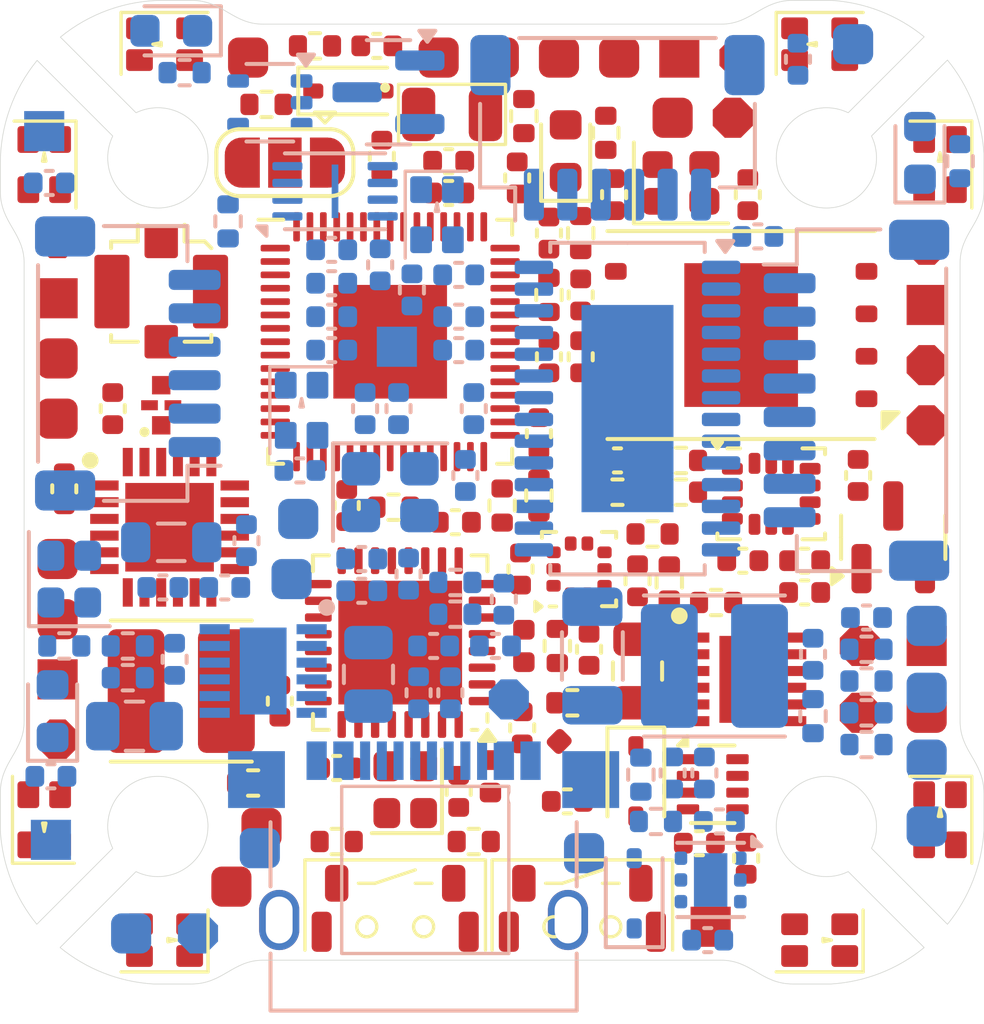
<source format=kicad_pcb>
(kicad_pcb (version 20241229) (generator "pcbnew") (generator_version "9.0")
  (layers (0 "F.Cu" signal) (4 "In1.Cu" signal) (6 "In2.Cu" signal) (8 "In3.Cu" signal) (10 "In4.Cu" signal) (12 "In5.Cu" signal) (14 "In6.Cu" signal) (2 "B.Cu" signal) (13 "F.Paste" user) (15 "B.Paste" user) (5 "F.SilkS" user "F.Silkscreen") (7 "B.SilkS" user "B.Silkscreen") (1 "F.Mask" user) (3 "B.Mask" user) (25 "Edge.Cuts" user))
  (net 0 "")
  (net 1 "GND")
  (net 2 "+1V1")
  (net 3 "+3V3")
  (net 4 "Net-(U1-VREG_AVDD)")
  (net 5 "Net-(U1-XIN)")
  (net 6 "Net-(C15-Pad2)")
  (net 7 "+4V5")
  (net 8 "+5V")
  (net 9 "+3V3_ELRS")
  (net 10 "Net-(U3-LNA_IN)")
  (net 11 "/ELRS/WIFI_ANTENNA")
  (net 12 "Net-(U3-XTAL_N)")
  (net 13 "Net-(C39-Pad2)")
  (net 14 "Net-(IC1-DCC_FB)")
  (net 15 "Net-(IC1-VR_PA)")
  (net 16 "Net-(IC5-BOOT)")
  (net 17 "Net-(IC5-SW_1)")
  (net 18 "+5V_BUCK")
  (net 19 "VCC")
  (net 20 "Net-(IC6-BOOT)")
  (net 21 "Net-(IC6-SW_1)")
  (net 22 "+10V")
  (net 23 "/Video.In")
  (net 24 "Net-(U5-VIN)")
  (net 25 "Net-(U5-VOUT)")
  (net 26 "Net-(C77-Pad2)")
  (net 27 "Net-(U5-SAG)")
  (net 28 "Net-(U5-CLKIN)")
  (net 29 "Net-(U5-XFB)")
  (net 30 "/RP2350/LED")
  (net 31 "Net-(D1-DOUT)")
  (net 32 "Net-(D2-DOUT)")
  (net 33 "Net-(D3-DOUT)")
  (net 34 "Net-(D4-DOUT)")
  (net 35 "Net-(D5-DOUT)")
  (net 36 "Net-(D6-DOUT)")
  (net 37 "Net-(D7-DOUT)")
  (net 38 "Net-(D8-DOUT)")
  (net 39 "/Connectors/LED")
  (net 41 "/Spk.+")
  (net 42 "/Spk.-")
  (net 43 "Net-(D14-A)")
  (net 44 "Net-(D15-A)")
  (net 45 "Net-(D16-A)")
  (net 46 "Net-(D17-A)")
  (net 47 "Net-(FL1-OUT)")
  (net 48 "/ELRS/RADIO_RST")
  (net 49 "/ELRS/RADIO_BUSY")
  (net 50 "/ELRS/RADIO_DIO1")
  (net 51 "/ELRS/RADIO_MISO")
  (net 52 "/ELRS/RADIO_MOSI")
  (net 53 "Net-(IC1-DCC_SW)")
  (net 54 "Net-(IC1-XTA)")
  (net 55 "Net-(IC1-XTB)")
  (net 56 "/ELRS/RADIO_SCK")
  (net 57 "/ELRS/RADIO_NSS")
  (net 58 "Net-(IC5-FB)")
  (net 59 "Net-(IC5-RT{slash}SYNC)")
  (net 60 "Net-(IC6-FB)")
  (net 61 "Net-(IC6-RT{slash}SYNC)")
  (net 62 "Net-(J1-CC2)")
  (net 63 "+5V_USB")
  (net 64 "Net-(J1-CC1)")
  (net 65 "/USB.D-")
  (net 66 "/USB.D+")
  (net 69 "/Motor.3")
  (net 70 "/Motor.1")
  (net 71 "/Motor.4")
  (net 72 "/Motor.2")
  (net 74 "/U1.TX")
  (net 75 "/U1.RX")
  (net 76 "/I2C0.SDA")
  (net 77 "/I2C0.SCL")
  (net 78 "/U2.TX")
  (net 79 "/U2.RX")
  (net 81 "/SWDIO")
  (net 82 "/SWCLK")
  (net 83 "Net-(U1-VREG_LX)")
  (net 84 "Net-(U3-XTAL_P)")
  (net 85 "/U0.TX")
  (net 86 "/U0.RX")
  (net 87 "/Video.Out")
  (net 88 "/RP2350/Speaker")
  (net 89 "Net-(U1-USB_DP)")
  (net 90 "Net-(U1-USB_DM)")
  (net 91 "Net-(U1-XOUT)")
  (net 92 "Net-(U4-PR1)")
  (net 93 "Net-(U5-HSYNC)")
  (net 94 "Net-(U5-VSYNC)")
  (net 95 "Net-(U5-LOS)")
  (net 97 "Net-(U1-QSPI_SS)")
  (net 98 "/ELRS/ELRS_BUTTON")
  (net 99 "Net-(U1-QSPI_SD0)")
  (net 100 "Net-(U1-QSPI_SCLK)")
  (net 101 "Net-(U1-QSPI_SD1)")
  (net 102 "/RP2350/Gyro_SS")
  (net 103 "Net-(U1-QSPI_SD2)")
  (net 105 "/SPI1.SCLK")
  (net 106 "/SPI1.MISO")
  (net 107 "/SPI1.MOSI")
  (net 108 "Net-(U1-QSPI_SD3)")
  (net 109 "/RP2350/OSD_SS")
  (net 110 "/SPI0.SCLK")
  (net 122 "Net-(R33-Pad2)")
  (net 123 "+1V8")
  (net 124 "/ADC/VBat_ADC")
  (net 125 "Net-(C33-Pad1)")
  (net 126 "Net-(U3-CHIP_EN)")
  (net 127 "Net-(U8-+)")
  (net 128 "Net-(U2-GND)")
  (net 129 "/ELRS/ELRS_LED_RGB")
  (net 130 "/Power/DCDC_EN")
  (net 132 "/SPI0.MISO")
  (net 133 "/SPI0.MOSI")
  (net 134 "/RP2350/Flash_SS")
  (net 135 "/SPI_Flash.SCLK")
  (net 136 "/SPI_Flash.IO0")
  (net 137 "/RP2350/Gyro_FSync")
  (net 138 "/SPI_Flash.IO1")
  (net 139 "/RP2350/Gyro_Int")
  (net 142 "/Connectors/PWM.1")
  (net 143 "/ELRS/GPIO19")
  (net 148 "/Connectors/PWM.2")
  (net 149 "/ELRS/GPIO0")
  (net 156 "Net-(FL1-IN)")
  (net 163 "/PWM.1")
  (net 164 "/PWM.2")
  (footprint "Resistor_SMD:R_0402_1005Metric" (layer "F.Cu") (at 105.3 102.7 -90)
    (property "Reference" "R1" (hide yes))
    (property "Value" "27" (hide yes))
  )
  (footprint "Kolibri custom:Solder_Pad_rounded" (layer "F.Cu") (at 92.2 111.8)
    (property "Reference" "P16" (hide yes))
    (property "Value" "~" (hide yes))
  )
  (footprint "Inductor_SMD:L_0402_1005Metric" (layer "F.Cu") (at 99.95 108.5 90)
    (property "Reference" "L4" (hide yes))
    (property "Value" "24n" (hide yes))
  )
  (footprint "Kolibri custom:WS2812B_1615" (layer "F.Cu") (at 109.8 86.6)
    (property "Reference" "D9" (hide yes))
    (property "Value" "~" (hide yes))
  )
  (footprint "Capacitor_SMD:C_0402_1005Metric" (layer "F.Cu") (at 95.35 108.25)
    (property "Reference" "C38" (hide yes))
    (property "Value" "15p" (hide yes))
  )
  (footprint "Kolibri custom:Solder_Pad_octa" (layer "F.Cu") (at 87 92.4 90)
    (property "Reference" "P25" (hide yes))
    (property "Value" "~" (hide yes))
  )
  (footprint "SamacSys_Parts:QFN50P400X400X100-25N-D" (layer "F.Cu") (at 90.35 101.05)
    (property "Reference" "IC1" (hide yes))
    (property "Value" "SX1280IMLTRT" (hide yes))
  )
  (footprint "Resistor_SMD:R_0402_1005Metric" (layer "F.Cu") (at 106.7 103.3)
    (property "Reference" "R2" (hide yes))
    (property "Value" "27" (hide yes))
  )
  (footprint "Kolibri custom:Solder_Pad_rounded" (layer "F.Cu") (at 103.8 87)
    (property "Reference" "P10" (hide yes))
    (property "Value" "~" (hide yes))
  )
  (footprint "Kolibri custom:Solder_Pad_rect" (layer "F.Cu") (at 113 94.4)
    (property "Reference" "P24" (hide yes))
    (property "Value" "~" (hide yes))
  )
  (footprint "Package_DFN_QFN:QFN-32-1EP_5x5mm_P0.5mm_EP3.7x3.7mm" (layer "F.Cu") (at 97.25 104.5 180)
    (property "Reference" "U3" (hide yes))
    (property "Value" "ESP32-C3" (hide yes))
  )
  (footprint "Capacitor_SMD:C_0402_1005Metric" (layer "F.Cu") (at 110.95 99.5 90)
    (property "Reference" "C81" (hide yes))
    (property "Value" "1u" (hide yes))
  )
  (footprint "Kolibri custom:Solder_Pad_rect" (layer "F.Cu") (at 113 104.6)
    (property "Reference" "P26" (hide yes))
    (property "Value" "~" (hide yes))
  )
  (footprint "Capacitor_SMD:C_0402_1005Metric" (layer "F.Cu") (at 98.9 100.9 180)
    (property "Reference" "C35" (hide yes))
    (property "Value" "1u" (hide yes))
  )
  (footprint "Inductor_SMD:L_Cenker_CKCS4020" (layer "F.Cu") (at 90.7 105.95 180)
    (property "Reference" "L8" (hide yes))
    (property "Value" "4.7u" (hide yes))
  )
  (footprint "Capacitor_SMD:C_0402_1005Metric" (layer "F.Cu") (at 109.35 103 180)
    (property "Reference" "C22" (hide yes))
    (property "Value" "2.2u" (hide yes))
  )
  (footprint "Capacitor_SMD:C_0402_1005Metric" (layer "F.Cu") (at 96.7 89.95 -90)
    (property "Reference" "C30" (hide yes))
    (property "Value" "100n" (hide yes))
  )
  (footprint "Capacitor_SMD:C_0402_1005Metric" (layer "F.Cu") (at 107.5 102.05)
    (property "Reference" "C87" (hide yes))
    (property "Value" "10n" (hide yes))
  )
  (footprint "Kolibri custom:Solder_Pad_octa" (layer "F.Cu") (at 111 106.6)
    (property "Reference" "P30" (hide yes))
    (property "Value" "~" (hide yes))
  )
  (footprint "Diode_SMD:D_SOD-323" (layer "F.Cu") (at 104.3 108.65 -90)
    (property "Reference" "D13" (hide yes))
    (property "Value" "1N4148WS" (hide yes))
  )
  (footprint "Capacitor_SMD:C_0402_1005Metric" (layer "F.Cu") (at 95.65 100.4 90)
    (property "Reference" "C14" (hide yes))
    (property "Value" "15p" (hide yes))
  )
  (footprint "SamacSys_Parts:SON50P300X300X80-13N" (layer "F.Cu") (at 107.5 105.6)
    (property "Reference" "IC5" (hide yes))
    (property "Value" "LMR38025SDRRR" (hide yes))
  )
  (footprint "Kolibri custom:WS2812B_1615" (layer "F.Cu") (at 113.4 90.2 -90)
    (property "Reference" "D8" (hide yes))
    (property "Value" "~" (hide yes))
  )
  (footprint "Kolibri custom:Solder_Pad_rect" (layer "F.Cu") (at 87 105.6)
    (property "Reference" "P27" (hide yes))
    (property "Value" "~" (hide yes))
  )
  (footprint "Capacitor_SMD:C_0402_1005Metric" (layer "F.Cu") (at 107.65 91.1 90)
    (property "Reference" "C79" (hide yes))
    (property "Value" "15p" (hide yes))
  )
  (footprint "Capacitor_SMD:C_0402_1005Metric" (layer "F.Cu") (at 109.35 102.05 180)
    (property "Reference" "C21" (hide yes))
    (property "Value" "100n" (hide yes))
  )
  (footprint "Resistor_SMD:R_0402_1005Metric" (layer "F.Cu") (at 97.05 100.45 180)
    (property "Reference" "R4" (hide yes))
    (property "Value" "1k" (hide yes))
  )
  (footprint "Kolibri custom:Solder_Pad_rounded" (layer "F.Cu") (at 98.4 87)
    (property "Reference" "P19" (hide yes))
    (property "Value" "~" (hide yes))
  )
  (footprint "Capacitor_SMD:C_0402_1005Metric" (layer "F.Cu") (at 107.6 110.95 -90)
    (property "Reference" "C31" (hide yes))
    (property "Value" "10u" (hide yes))
  )
  (footprint "Capacitor_SMD:C_0402_1005Metric" (layer "F.Cu") (at 102.25 109.25 180)
    (property "Reference" "C32" (hide yes))
    (property "Value" "1.5p" (hide yes))
  )
  (footprint "Capacitor_SMD:C_0402_1005Metric" (layer "F.Cu") (at 101.7 92.25 90)
    (property "Reference" "C77" (hide yes))
    (property "Value" "10u" (hide yes))
  )
  (footprint "Kolibri custom:WS2812B_1615" (layer "F.Cu") (at 86.6 90.2 -90)
    (property "Reference" "D3" (hide yes))
    (property "Value" "~" (hide yes))
  )
  (footprint "Resistor_SMD:R_0402_1005Metric" (layer "F.Cu") (at 101.7 94.1 90)
    (property "Reference" "R24" (hide yes))
    (property "Value" "75" (hide yes))
  )
  (footprint "Kolibri custom:Button C530669 wo holes" (layer "F.Cu") (at 97.1 113)
    (property "Reference" "SW1" (hide yes))
    (property "Value" "~" (hide yes))
  )
  (footprint "Kolibri custom:Solder_Pad_octa" (layer "F.Cu") (at 87 107.4)
    (property "Reference" "P31" (hide yes))
    (property "Value" "~" (hide yes))
  )
  (footprint "Kolibri custom:Solder_Pad_rect" (layer "F.Cu") (at 106.5375 113)
    (property "Reference" "P40" (hide yes))
    (property "Value" "~" (hide yes))
  )
  (footprint "Capacitor_SMD:C_0402_1005Metric" (layer "F.Cu") (at 103.65 91.1 90)
    (property "Reference" "C80" (hide yes))
    (property "Value" "15p" (hide yes))
  )
  (footprint "Kolibri custom:Solder_Pad_rounded" (layer "F.Cu") (at 87 103.8)
    (property "Reference" "P7" (hide yes))
    (property "Value" "~" (hide yes))
  )
  (footprint "Connector_Coaxial:U.FL_Molex_MCRF_73412-0110_Vertical" (layer "F.Cu") (at 90.1 94)
    (property "Reference" "J3" (hide yes))
    (property "Value" "Conn_Coaxial_Small" (hide yes))
  )
  (footprint "Kolibri custom:Solder_Pad_rect" (layer "F.Cu") (at 87 94.2)
    (property "Reference" "P23" (hide yes))
    (property "Value" "~" (hide yes))
  )
  (footprint "Capacitor_SMD:C_0402_1005Metric" (layer "F.Cu") (at 100.75 90.6 -90)
    (property "Reference" "C11" (hide yes))
    (property "Value" "4.7u" (hide yes))
  )
  (footprint "Resistor_SMD:R_0402_1005Metric" (layer "F.Cu") (at 95.35 110.45 180)
    (property "Reference" "R6" (hide yes))
    (property "Value" "5.1k" (hide yes))
  )
  (footprint "Resistor_SMD:R_0402_1005Metric" (layer "F.Cu") (at 102.65 92.25 90)
    (property "Reference" "R25" (hide yes))
    (property "Value" "75" (hide yes))
  )
  (footprint "Diode_SMD:D_SOD-323" (layer "F.Cu") (at 95.7 88)
    (property "Reference" "D12" (hide yes))
    (property "Value" "1N4148WS" (hide yes))
  )
  (footprint "Kolibri custom:WS2812B_1615" (layer "F.Cu") (at 90.2 113.4 180)
    (property "Reference" "D5" (hide yes))
    (property "Value" "~" (hide yes))
  )
  (footprint "Capacitor_SMD:C_0402_1005Metric" (layer "F.Cu") (at 102.65 95.95 -90)
    (property "Reference" "C86" (hide yes))
    (property "Value" "100n" (hide yes))
  )
  (footprint "Capacitor_SMD:C_0402_1005Metric" (layer "F.Cu") (at 98.7 91.05)
    (property "Reference" "C13" (hide yes))
    (property "Value" "4.7u" (hide yes))
  )
  (footprint "Kolibri custom:Abracon AOTA 0806" (layer "F.Cu") (at 98.8 88.7)
    (property "Reference" "L1" (hide yes))
    (property "Value" "3.3u" (hide yes))
  )
  (footprint "Inductor_SMD:L_0402_1005Metric" (layer "F.Cu") (at 102.35 107.8 -45)
    (property "Reference" "L3" (hide yes))
    (property "Value" "3.0n" (hide yes))
  )
  (footprint "Jumper:SolderJumper-3_P1.3mm_Open_RoundedPad1.0x1.5mm" (layer "F.Cu") (at 93.8 90.1425 180)
    (property "Reference" "JP1" (hide yes))
    (property "Value" "SolderJumper_3_Open" (hide yes))
  )
  (footprint "Crystal:Crystal_SMD_2016-4Pin_2.0x1.6mm" (layer "F.Cu") (at 105.65 90.75)
    (property "Reference" "Y4" (hide yes))
    (property "Value" "Crystal_GND24" (hide yes))
  )
  (footprint "Resistor_SMD:R_0402_1005Metric" (layer "F.Cu") (at 92.85 108.7)
    (property "Reference" "R18" (hide yes))
    (property "Value" "21.5k" (hide yes))
  )
  (footprint "Capacitor_SMD:C_0402_1005Metric" (layer "F.Cu") (at 100.85 102.3 90)
    (property "Reference" "C23" (hide yes))
    (property "Value" "100n" (hide yes))
  )
  (footprint "Capacitor_SMD:C_0402_1005Metric" (layer "F.Cu") (at 102.9 104.7 90)
    (property "Reference" "C67" (hide yes))
    (property "Value" "100n" (hide yes))
  )
  (footprint "Capacitor_SMD:C_0402_1005Metric" (layer "F.Cu") (at 101.4 98.25 -90)
    (property "Reference" "C56" (hide yes))
    (property "Value" "100n" (hide yes))
  )
  (footprint "Capacitor_SMD:C_0402_1005Metric" (layer "F.Cu") (at 99 108.95 -90)
    (property "Reference" "C39" (hide yes))
    (property "Value" "15p" (hide yes))
  )
  (footprint "Kolibri custom:Solder_Pad_octa" (layer "F.Cu") (at 107.2 88.8)
    (property "Reference" "P29" (hide yes))
    (property "Value" "~" (hide yes))
  )
  (footprint "Kolibri custom:Solder_Pad_rounded" (layer "F.Cu") (at 87 96)
    (property "Reference" "P9" (hide yes))
    (property "Value" "~" (hide yes))
  )
  (footprint "Kolibri custom:Solder_Pad_rounded" (layer "F.Cu") (at 102 87)
    (property "Reference" "P5" (hide yes))
    (property "Value" "~" (hide yes))
  )
  (footprint "Kolibri custom:Solder_Pad_rounded" (layer "F.Cu") (at 87 102)
    (property "Reference" "P6" (hide yes))
    (property "Value" "~" (hide yes))
  )
  (footprint "Kolibri custom:Solder_Pad_octa" (layer "F.Cu") (at 113 92.6)
    (property "Reference" "P34" (hide yes))
    (property "Value" "~" (hide yes))
  )
  (footprint "Capacitor_SMD:C_0402_1005Metric" (layer "F.Cu") (at 98.7 90.1)
    (property "Reference" "C12" (hide yes))
    (property "Value" "4.7u" (hide yes))
  )
  (footprint "Package_LGA:LGA-14_3x2.5mm_P0.5mm_LayoutBorder3x4y" (layer "F.Cu") (at 108.35 100.05)
    (property "Reference" "U12" (hide yes))
    (property "Value" "ICM-42688-P" (hide yes))
  )
  (footprint "Capacitor_SMD:C_0402_1005Metric" (layer "F.Cu") (at 106.2 110.5)
    (property "Reference" "C83" (hide yes))
    (property "Value" "1u" (hide yes))
  )
  (footprint "Package_TO_SOT_SMD:SOT-583-8" (layer "F.Cu") (at 106.6 108.7375)
    (property "Reference" "U4" (hide yes))
    (property "Value" "TPS2116DRL" (hide yes))
  )
  (footprint "Crystal:Crystal_SMD_2016-4Pin_2.0x1.6mm" (layer "F.Cu") (at 97.4 108.9 90)
    (property "Reference" "Y2" (hide yes))
    (property "Value" "Crystal_GND24" (hide yes))
  )
  (footprint "Kolibri custom:Solder_Pad_rounded" (layer "F.Cu") (at 113 106.6)
    (property "Reference" "P38" (hide yes))
    (property "Value" "~" (hide yes))
  )
  (footprint "Capacitor_SMD:C_0402_1005Metric" (layer "F.Cu") (at 93.65 106.25 90)
    (property "Reference" "C70" (hide yes))
    (property "Value" "100n" (hide yes))
  )
  (footprint "Package_LGA:ST_HLGA-10_2x2mm_P0.5mm_LayoutBorder3x2y" (layer "F.Cu") (at 102.6 102.3 90)
    (property "Reference" "U11" (hide yes))
    (property "Value" "LPS22HB" (hide yes))
  )
  (footprint "Kolibri custom:QFN-60_EP_7x7_Pitch0.4mm" (layer "F.Cu") (at 96.95 95.5)
    (property "Reference" "U1" (hide yes))
    (property "Value" "RP2350A" (hide yes))
  )
  (footprint "Resistor_SMD:R_0402_1005Metric" (layer "F.Cu") (at 94.7 86.65 180)
    (property "Reference" "R27" (hide yes))
    (property "Value" "10k" (hide yes))
  )
  (footprint "Kolibri custom:Button C530669 wo holes" (layer "F.Cu") (at 102.7 113)
    (property "Reference" "SW2" (hide yes))
    (property "Value" "~" (hide yes))
  )
  (footprint "Resistor_SMD:R_0402_1005Metric" (layer "F.Cu") (at 105.65 99.05)
    (property "Reference" "R41" (hide yes))
    (property "Value" "22k" (hide yes))
  )
  (footprint "Kolibri custom:Solder_Pad_rect" (layer "F.Cu") (at 105.6 87)
    (property "Reference" "P22" (hide yes))
    (property "Value" "~" (hide yes))
  )
  (footprint "Capacitor_SMD:C_0402_1005Metric" (layer "F.Cu") (at 88.65 97.5 90)
    (property "Reference" "C43" (hide yes))
    (property "Value" "10n" (hide yes))
  )
  (footprint "Kolibri custom:WS2812B_1615" (layer "F.Cu") (at 113.4 109.8 -90)
    (property "Reference" "D7" (hide yes))
    (property "Value" "~" (hide yes))
  )
  (footprint "Resistor_SMD:R_0402_1005Metric" (layer "F.Cu") (at 101.4 100.1 90)
    (property "Reference" "R22" (hide yes))
    (property "Value" "1k" (hide yes))
  )
  (footprint "Resistor_SMD:R_0402_1005Metric" (layer "F.Cu") (at 93.25 88.4)
    (property "Reference" "R26" (hide yes))
    (property "Value" "100k" (hide yes))
  )
  (footprint "Resistor_SMD:R_0402_1005Metric" (layer "F.Cu") (at 100.3 100.4 -90)
    (property "Reference" "R9" (hide yes))
    (property "Value" "10k" (hide yes))
  )
  (footprint "Capacitor_SMD:C_0402_1005Metric" (layer "F.Cu") (at 103.75 99.05)
    (property "Reference" "C46" (hide yes))
    (property "Value" "100n" (hide yes))
  )
  (footprint "Resistor_SMD:R_0402_1005Metric" (layer "F.Cu") (at 105.65 100 180)
    (property "Reference" "R23" (hide yes))
    (property "Value" "1k" (hide yes))
  )
  (footprint "Package_SON:WSON-8-1EP_8x6mm_P1.27mm_EP3.4x4.3mm" (layer "F.Cu") (at 107.45 95.3 180)
    (property "Reference" "U6" (hide yes))
    (property "Value" "MT29F2G01ABAGDWB-IT:G" (hide yes))
  )
  (footprint "LED_SMD:LED_0603_1608Metric" (layer "F.Cu") (at 102.2 89.8 90)
    (property "Reference" "D16" (hide yes))
    (property "Value" "blue" (hide yes))
  )
  (footprint "Kolibri custom:Solder_Pad_octa" (layer "F.Cu") (at 113 96.2)
    (property "Reference" "P33" (hide yes))
    (property "Value" "~" (hide yes))
  )
  (footprint "Kolibri custom:Solder_Pad_rounded" (layer "F.Cu") (at 87 97.8)
    (property "Reference" "P8" (hide yes))
    (property "Value" "~" (hide yes))
  )
  (footprint "Resistor_SMD:R_0402_1005Metric" (layer "F.Cu") (at 100.95 88.75 -90)
    (property "Reference" "R3" (hide yes))
    (property "Value" "33" (hide yes))
  )
  (footprint "Inductor_SMD:L_0402_1005Metric" (layer "F.Cu") (at 100.95 104.6 -90)
    (property "Reference" "L2" (hide yes))
    (property "Value" "2.0n" (hide yes))
  )
  (footprint "Capacitor_SMD:C_0402_1005Metric" (layer "F.Cu") (at 102.65 94.1 -90)
    (property "Reference" "C78" (hide yes))
    (property "Value" "10u" (hide yes))
  )
  (footprint "Capacitor_SMD:C_0805_2012Metric" (layer "F.Cu") (at 104.35 105.35 90)
    (property "Reference" "C68" (hide yes))
    (property "Value" "4.7u" (hide yes))
  )
  (footprint "Kolibri custom:Solder_Pad_rounded" (layer "F.Cu") (at 100.2 87)
    (property "Reference" "P18" (hide yes))
    (property "Value" "~" (hide yes))
  )
  (footprint "Resistor_SMD:R_0402_1005Metric" (layer "F.Cu") (at 101.95 104.6 -90)
    (property "Reference" "R15" (hide yes))
    (property "Value" "40.2k" (hide yes))
  )
  (footprint "Resistor_SMD:R_0402_1005Metric" (layer "F.Cu") (at 103.75 100)
    (property "Reference" "R21" (hide yes))
    (property "Value" "1k" (hide yes))
  )
  (footprint "Resistor_SMD:R_0402_1005Metric" (layer "F.Cu") (at 103.4 89.25 90)
    (property "Reference" "R30" (hide yes))
    (property "Value" "1k" (hide yes))
  )
  (footprint "Kolibri custom:WS2812B_1615" (layer "F.Cu") (at 109.8 113.4 180)
    (property "Reference" "D6" (hide yes))
    (property "Value" "~" (hide yes))
  )
  (footprint "Kolibri custom:Solder_Pad_rounded" (layer "F.Cu") (at 93.1 110.05)
    (property "Reference" "P17" (hide yes))
    (property "Value" "~" (hide yes))
  )
  (footprint "Capacitor_SMD:C_0402_1005Metric" (layer "F.Cu") (at 101.7 95.95 90)
    (property "Reference" "C76" (hide yes))
    (property "Value" "100n" (hide yes))
  )
  (footprint "Resistor_SMD:R_0402_1005Metric" (layer "F.Cu") (at 102.4 106.3 180)
    (property "Reference" "R16" (hide yes))
    (property "Value" "10k" (hide yes))
  )
  (footprint "Package_TO_SOT_SMD:SOT-23" (layer "F.Cu") (at 112 101.35 90)
    (property "Reference" "U2" (hide yes))
    (property "Value" "C5250982" (hide yes))
  )
  (footprint "Capacitor_SMD:C_0402_1005Metric" (layer "F.Cu") (at 87.2 99.9 -90)
    (property "Reference" "C42" (hide yes))
    (property "Value" "10n" (hide yes))
  )
  (footprint "Kolibri custom:WS2812B_1615" (layer "F.Cu") (at 90.2 86.6)
    (property "Reference" "D2" (hide yes))
    (property "Value" "~" (hide yes))
  )
  (footprint "SamacSys_Parts:2450FM07D0034T" (layer "F.Cu") (at 90.1 97.4 90)
    (property "Reference" "FL1" (hide yes))
    (property "Value" "2450FM07D0034T" (hide yes))
  )
  (footprint "Capacitor_SMD:C_0402_1005Metric" (layer "F.Cu") (at 96.55 86.65 180)
    (property "Reference" "C73" (hide yes))
    (property "Value" "1u" (hide yes))
  )
  (footprint "Kolibri custom:Solder_Pad_rounded" (layer "F.Cu") (at 92.7 87)
    (property "Reference" "P20" (hide yes))
    (property "Value" "~" (hide yes))
  )
  (footprint "Kolibri custom:WS2812B_1615" (layer "F.Cu") (at 86.6 109.8 90)
    (property "Reference" "D4" (hide yes))
    (property "Value" "~" (hide yes))
  )
  (footprint "Resistor_SMD:R_0402_1005Metric" (layer "F.Cu") (at 104.8 101.25 180)
    (property "Reference" "R7" (hide yes))
    (property "Value" "6.8k" (hide yes))
  )
  (footprint "Kolibri custom:Solder_Pad_octa" (layer "F.Cu") (at 113 98)
    (property "Reference" "P39" (hide yes))
    (property "Value" "~" (hide yes))
  )
  (footprint "Kolibri custom:Solder_Pad_octa" (layer "F.Cu") (at 107.4 87)
    (property "Reference" "P28" (hide yes))
    (property "Value" "~" (hide yes))
  )
  (footprint "Capacitor_SMD:C_0402_1005Metric" (layer "F.Cu") (at 100.9 107.05 -90)
    (property "Reference" "C37" (hide yes))
    (property "Value" "1.5p" (hide yes))
  )
  (footprint "Kolibri custom:Solder_Pad_rounded" (layer "F.Cu") (at 105.4 88.8)
    (property "Reference" "P11" (hide yes))
    (property "Value" "~" (hide yes))
  )
  (footprint "Resistor_SMD:R_0402_1005Metric" (layer "F.Cu") (at 99.45 110.45)
    (property "Reference" "R5" (hide yes))
    (property "Value" "5.1k" (hide yes))
  )
  (footprint "Capacitor_SMD:C_0402_1005Metric" (layer "F.Cu") (at 104.35 102.65 90)
    (property "Reference" "C24" (hide yes))
    (property "Value" "100n" (hide yes))
  )
  (footprint "Kolibri custom:Solder_Pad_octa" (layer "F.Cu") (at 111 104.6)
    (property "Reference" "P32" (hide yes))
    (property "Value" "~" (hide yes))
  )
  (footprint "Capacitor_SMD:C_0402_1005Metric" (layer "B.Cu") (at 106.35 108.4 -90)
    (property "Reference" "C64" (hide yes))
    (property "Value" "1u" (hide yes))
  )
  (footprint "Kolibri custom:Solder_Pad_rounded" (layer "B.Cu") (at 102.75 110.8 180)
    (property "Reference" "P12" (hide yes))
    (property "Value" "~" (hide yes))
  )
  (footprint "LED_SMD:LED_0603_1608Metric" (layer "B.Cu") (at 90.4 86.2 180)
    (property "Reference" "D17" (hide yes))
    (property "Value" "green" (hide yes))
  )
  (footprint "Capacitor_SMD:C_0402_1005Metric" (layer "B.Cu") (at 99 94.75 180)
    (property "Reference" "C3" (hide yes))
    (property "Value" "100n" (hide yes))
  )
  (footprint "Kolibri custom:Solder_Pad_rounded" (layer "B.Cu") (at 113 110 180)
    (property "Reference" "P4" (hide yes))
    (property "Value" "~" (hide yes))
  )
  (footprint "Resistor_SMD:R_0402_1005Metric" (layer "B.Cu") (at 111.2 107.55)
    (property "Reference" "R37" (hide yes))
    (property "Value" "6.8k" (hide yes))
  )
  (footprint "Capacitor_SMD:C_0402_1005Metric" (layer "B.Cu") (at 90.5 105 90)
    (property "Reference" "C71" (hide yes))
    (property "Value" "100n" (hide yes))
  )
  (footprint "SamacSys_Parts:SON50P300X300X80-13N" (layer "B.Cu") (at 93.15 105.35 180)
    (property "Reference" "IC6" (hide yes))
    (property "Value" "LMR38025SDRRR" (hide yes))
  )
  (footprint "Resistor_SMD:R_0402_1005Metric" (layer "B.Cu") (at 92.1 91.9 -90)
    (property "Reference" "R33" (hide yes))
    (property "Value" "1k" (hide yes))
  )
  (footprint "Capacitor_SMD:C_0402_1005Metric" (layer "B.Cu") (at 105.4 108.4 -90)
    (property "Reference" "C63" (hide yes))
    (property "Value" "1u" (hide yes))
  )
  (footprint "Capacitor_SMD:C_0805_2012Metric" (layer "B.Cu") (at 89.3 107)
    (property "Reference" "C72" (hide yes))
    (property "Value" "22u" (hide yes))
  )
  (footprint "Package_SO:HTSSOP-28-1EP_4.4x9.7mm_P0.65mm_EP2.75x6.2mm" (layer "B.Cu") (at 104.05 97.5 180)
    (property "Reference" "U5" (hide yes))
    (property "Value" "AT7456E" (hide yes))
  )
  (footprint "Capacitor_SMD:C_0402_1005Metric" (layer "B.Cu") (at 100.1 104.6 180)
    (property "Reference" "C36" (hide yes))
    (property "Value" "10u" (hide yes))
  )
  (footprint "Resistor_SMD:R_0402_1005Metric" (layer "B.Cu") (at 89.1 104.6 180)
    (property "Reference" "R20" (hide yes))
    (property "Value" "10k" (hide yes))
  )
  (footprint "Capacitor_SMD:C_0402_1005Metric" (layer "B.Cu") (at 106.45 113.4 180)
    (property "Reference" "C20" (hide yes))
    (property "Value" "100n" (hide yes))
  )
  (footprint "Resistor_SMD:R_0402_1005Metric" (layer "B.Cu") (at 109.6 106.7 -90)
    (property "Reference" "R17" (hide yes))
    (property "Value" "22.6k" (hide yes))
  )
  (footprint "Capacitor_SMD:C_0402_1005Metric" (layer "B.Cu") (at 100.35 103.2 90)
    (property "Reference" "C34" (hide yes))
    (property "Value" "100n" (hide yes))
  )
  (footprint "Connector_JST:JST_SH_SM08B-SRSS-TB_1x08-1MP_P1.00mm_Horizontal" (layer "B.Cu") (at 110.9 97.25 -90)
    (property "Reference" "J5" (hide yes))
    (property "Value" "Conn_01x08_MountingPin" (hide yes))
  )
  (footprint "Capacitor_SMD:C_0402_1005Metric" (layer "B.Cu") (at 97.6 93.95 -90)
    (property "Reference" "C16" (hide yes))
    (property "Value" "100n" (hide yes))
  )
  (footprint "Capacitor_SMD:C_0402_1005Metric" (layer "B.Cu") (at 97.5 102.45 -90)
    (property "Reference" "C27" (hide yes))
    (property "Value" "100n" (hide yes))
  )
  (footprint "Capacitor_SMD:C_0402_1005Metric" (layer "B.Cu") (at 96.2 97.5 90)
    (property "Reference" "C6" (hide yes))
    (property "Value" "100n" (hide yes))
  )
  (footprint "Resistor_SMD:R_0402_1005Metric" (layer "B.Cu") (at 87.2 104.6 180)
    (property "Reference" "R29" (hide yes))
    (property "Value" "3.3k" (hide yes))
  )
  (footprint "Capacitor_SMD:C_0402_1005Metric" (layer "B.Cu") (at 98.25 104.6 180)
    (property "Reference" "C33" (hide yes))
    (property "Value" "1u" (hide yes))
  )
  (footprint "Capacitor_SMD:C_1206_3216Metric" (layer "B.Cu") (at 103 104.9 -90)
    (property "Reference" "C66" (hide yes))
    (property "Value" "47u" (hide yes))
  )
  (footprint "Capacitor_SMD:C_0402_1005Metric" (layer "B.Cu") (at 96.65 93.2 -90)
    (property "Reference" "C10" (hide yes))
    (property "Value" "100n" (hide yes))
  )
  (footprint "Resistor_SMD:R_0402_1005Metric" (layer "B.Cu") (at 98.9 103.65)
    (property "Reference" "R10" (hide yes))
    (property "Value" "10k" (hide yes))
  )
  (footprint "Capacitor_SMD:C_0805_2012Metric" (layer "B.Cu") (at 96.3 105.45 90)
    (property "Reference" "C69" (hide yes))
    (property "Value" "4.7u" (hide yes))
  )
  (footprint "Connector_JST:JST_SH_SM06B-SRSS-TB_1x06-1MP_P1.00mm_Horizontal" (layer "B.Cu") (at 103.75 89.1)
    (property "Reference" "J7" (hide yes))
    (property "Value" "Conn_01x06_MountingPin" (hide yes))
  )
  (footprint "Capacitor_SMD:C_0402_1005Metric" (layer "B.Cu") (at 94.25 99.35)
    (property "Reference" "C40" (hide yes))
    (property "Value" "100n" (hide yes))
  )
  (footprint "Capacitor_SMD:C_0402_1005Metric" (layer "B.Cu") (at 97.2 97.5 90)
    (property "Reference" "C2" (hide yes))
    (property "Value" "4.7u" (hide yes))
  )
  (footprint "Kolibri custom:Solder_Pad_octa" (layer "B.Cu") (at 100.5 106.2 180)
    (property "Reference" "P15" (hide yes))
    (property "Value" "~" (hide yes))
  )
  (footprint "Crystal:Crystal_SMD_2016-4Pin_2.0x1.6mm" (layer "B.Cu") (at 87.35 102.6 90)
    (property "Reference" "Y5" (hide yes))
    (property "Value" "Crystal_GND24" (hide yes))
  )
  (footprint "LED_SMD:LED_0603_1608Metric" (layer "B.Cu") (at 112.8 89.85 90)
    (property "Reference" "D14" (hide yes))
    (property "Value" "red" (hide yes))
  )
  (footprint "Resistor_SMD:R_0402_1005Metric" (layer "B.Cu") (at 104.45 108.45 -90)
    (property "Reference" "R13" (hide yes))
    (property "Value" "100k" (hide yes))
  )
  (footprint "Capacitor_SMD:C_0402_1005Metric" (layer "B.Cu") (at 97.8 106 90)
    (property "Reference" "C26" (hide yes))
    (property "Value" "1u" (hide yes))
  )
  (footprint "Capacitor_SMD:C_0402_1005Metric" (layer "B.Cu") (at 95.2 95.75)
    (property "Reference" "C9" (hide yes))
    (property "Value" "100n" (hide yes))
  )
  (footprint "Resistor_SMD:R_0402_1005Metric" (layer "B.Cu") (at 114 90.1 90)
    (property "Reference" "R28" (hide yes))
    (property "Value" "8.2k" (hide yes))
  )
  (footprint "Capacitor_SMD:C_0402_1005Metric" (layer "B.Cu") (at 86.75 90.75 180)
    (property "Reference" "C17" (hide yes))
    (property "Value" "100n" (hide yes))
  )
  (footprint "Resistor_SMD:R_0402_1005Metric" (layer "B.Cu") (at 90.8 87.45 180)
    (property "Reference" "R31" (hide yes))
    (property "Value" "2.2k" (hide yes))
  )
  (footprint "Capacitor_SMD:C_0402_1005Metric" (layer "B.Cu") (at 107.95 92.35)
    (property "Reference" "C48" (hide yes))
    (property "Value" "100n" (hide yes))
  )
  (footprint "Capacitor_SMD:C_0402_1005Metric" (layer "B.Cu") (at 99 95.75 180)
    (property "Reference" "C7" (hide yes))
    (property "Value" "100n" (hide yes))
  )
  (footprint "Capacitor_SMD:C_0402_1005Metric" (layer "B.Cu") (at 95.2 92.75 180)
    (property "Reference" "C85" (hide yes))
    (property "Value" "100n" (hide yes))
  )
  (footprint "Connector_JST:JST_SH_SM06B-SRSS-TB_1x06-1MP_P1.00mm_Horizontal" (layer "B.Cu") (at 89.1 96.15 90)
    (property "Reference" "J6" (hide yes))
    (property "Value" "Conn_01x06_MountingPin" (hide yes))
  )
  (footprint "Package_TO_SOT_SMD:SOT-353_SC-70-5" (layer "B.Cu") (at 93.35 88.35 180)
    (property "Reference" "U8" (hide yes))
    (property "Value" "LMV321" (hide yes))
  )
  (footprint "Capacitor_SMD:C_0402_1005Metric" (layer "B.Cu") (at 99.2 99.5 -90)
    (property "Reference" "C15" (hide yes))
    (property "Value" "15p" (hide yes))
  )
  (footprint "Capacitor_SMD:C_0402_1005Metric" (layer "B.Cu") (at 99.45 97.5 90)
    (property "Reference" "C4" (hide yes))
    (property "Value" "100n" (hide yes))
  )
  (footprint "Resistor_SMD:R_0402_1005Metric" (layer "B.Cu") (at 111.2 106.6)
    (property "Reference" "R36" (hide yes))
    (property "Value" "6.8k" (hide yes))
  )
  (footprint "Capacitor_SMD:C_0402_1005Metric" (layer "B.Cu") (at 111.2 103.75)
    (property "Reference" "C88" (hide yes))
    (property "Value" "10u" (hide yes))
  )
  (footprint "Capacitor_SMD:C_0402_1005Metric" (layer "B.Cu") (at 96.1 102.95)
    (property "Reference" "C29" (hide yes))
    (property "Value" "1u" (hide yes))
  )
  (footprint "Capacitor_SMD:C_0402_1005Metric" (layer "B.Cu") (at 99 93.5 180)
    (property "Reference" "C8" (hide yes))
    (property "Value" "100n" (hide yes))
  )
  (footprint "Crystal:Crystal_SMD_2520-4Pin_2.5x2.0mm" (layer "B.Cu") (at 96.95 100)
    (property "Reference" "Y1" (hide yes))
    (property "Value" "Crystal_GND24" (hide yes))
  )
  (footprint "Kolibri custom:Solder_Pad_rect" (layer "B.Cu") (at 86.6 89.2 180)
    (property "Reference" "P43" (hide yes))
    (property "Value" "~" (hide yes))
  )
  (footprint "Kolibri custom:Solder_Pad_rounded" (layer "B.Cu") (at 93.05 110.65 180)
    (property "Reference" "P13" (hide yes))
    (property "Value" "~" (hide yes))
  )
  (footprint "Resistor_SMD:R_0402_1005Metric" (layer "B.Cu") (at 104.9 109.85 180)
    (property "Reference" "R14" (hide yes))
    (property "Value" "39k" (hide yes))
  )
  (footprint "Resistor_SMD:R_0402_1005Metric" (layer "B.Cu") (at 111.2 104.7)
    (property "Reference" "R34" (hide yes))
    (property "Value" "6.8k" (hide yes))
  )
  (footprint "Capacitor_SMD:C_0402_1005Metric" (layer "B.Cu") (at 109.6 104.85 90)
    (property "Reference" "C65" (hide yes))
    (property "Value" "100n" (hide yes))
  )
  (footprint "Kolibri custom:WS2812B_1615" (layer "B.Cu") (at 98.35 91.7 -90)
    (property "Reference" "D1" (hide yes))
    (property "Value" "~" (hide yes))
  )
  (footprint "Kolibri custom:Solder_Pad_rounded" (layer "B.Cu") (at 113 104 180)
    (property "Reference" "P1" (hide yes))
    (property "Value" "~" (hide yes))
  )
  (footprint "Resistor_SMD:R_0402_1005Metric" (layer "B.Cu") (at 89.1 105.55)
    (property "Reference" "R19" (hide yes))
    (property "Value" "90.9k" (hide yes))
  )
  (footprint "LED_SMD:LED_0603_1608Metric" (layer "B.Cu") (at 86.85 106.55 90)
    (property "Reference" "D15" (hide yes))
    (property "Value" "violet" (hide yes))
  )
  (footprint "Capacitor_SMD:C_0402_1005Metric" (layer "B.Cu") (at 90.15 102.85 180)
    (property "Reference" "C45" (hide yes))
    (property "Value" "100n" (hide yes))
  )
  (footprint "Capacitor_SMD:C_0402_1005Metric" (layer "B.Cu") (at 92 102.85 180)
    (property "Reference" "C41" (hide yes))
    (property "Value" "470n" (hide yes))
  )
  (footprint "Inductor_SMD:L_0805_2012Metric" (layer "B.Cu") (at 90.4 101.5)
    (property "Reference" "L5" (hide yes))
    (property "Value" "15u" (hide yes))
  )
  (footprint "Kolibri custom:Solder_Pad_rounded" (layer "B.Cu") (at 94.2 100.8 180)
    (property "Reference" "P35" (hide yes))
    (property "Value" "~" (hide yes))
  )
  (footprint "Package_SON:WSON-6-1EP_2x2mm_P0.65mm_EP1x1.6mm" (layer "B.Cu") (at 106.5375 111.6 180)
    (property "Reference" "U7" (hide yes))
    (property "Value" "TPS746-3.3DRV" (hide yes))
  )
  (footprint "Kolibri custom:USB-C SMD+THT" (layer "B.Cu") (at 97.95 112.7975 180)
    (property "Reference" "J1" (hide yes))
    (property "Value" "USB_C_Receptacle_USB2.0_16P" (hide yes))
  )
  (footprint "Resistor_SMD:R_0402_1005Metric" (layer "B.Cu") (at 98.9 102.7)
    (property "Reference" "R8" (hide yes))
    (property "Value" "6.8k" (hide yes))
  )
  (footprint "Capacitor_SMD:C_0402_1005Metric" (layer "B.Cu") (at 109.15 87.05 -90)
    (property "Reference" "C18" (hide yes))
    (property "Value" "100n" (hide yes))
  )
  (footprint "Inductor_SMD:L_Cenker_CKCS4020" (layer "B.Cu") (at 106.65 105.2 180)
    (property "Reference" "L7" (hide yes))
    (property "Value" "4.7u" (hide yes))
  )
  (footprint "Diode_SMD:D_SOD-323" (layer "B.Cu") (at 104.25 112 90)
    (property "Reference" "D10" (hide yes))
    (property "Value" "1N4148WS" (hide yes))
  )
  (footprint "Kolibri custom:Solder_Pad_rounded" (layer "B.Cu") (at 113 108 180)
    (property "Reference" "P3" (hide yes))
    (property "Value" "~" (hide yes))
  )
  (footprint "Kolibri custom:WS2812B_1615" (layer "B.Cu") (at 94.3 97.55 -90)
    (property "Reference" "D11" (hide yes))
    (property "Value" "~" (hide yes))
  )
  (footprint "Capacitor_SMD:C_0402_1005Metric" (layer "B.Cu") (at 95.2 93.75)
    (property "Reference" "C5" (hide yes))
    (property "Value" "100n" (hide yes))
  )
  (footprint "Kolibri custom:Solder_Pad_rect" (layer "B.Cu") (at 86.8 110.4 180)
    (property "Reference" "P42" (hide yes))
    (property "Value" "~" (hide yes))
  )
  (footprint "Capacitor_SMD:C_0402_1005Metric" (layer "B.Cu") (at 92.65 101.45 -90)
    (property "Reference" "C44" (hide yes))
    (property "Value" "100n" (hide yes))
  )
  (footprint "Capacitor_SMD:C_0402_1005Metric" (layer "B.Cu") (at 96.1 102)
    (property "Reference" "C28" (hide yes))
    (property "Value" "100n" (hide yes))
  )
  (footprint "Kolibri custom:Solder_Pad_rounded" (layer "B.Cu") (at 94 102.6 180)
    (property "Reference" "P36" (hide yes))
    (property "Value" "~" (hide yes))
  )
  (footprint "Kolibri custom:Solder_Pad_rounded" (layer "B.Cu") (at 110.8 86.6 180)
    (property "Reference" "P21" (hide yes))
    (property "Value" "~" (hide yes))
  )
  (footprint "Capacitor_SMD:C_0402_1005Metric" (layer "B.Cu") (at 86.8 108.5)
    (property "Reference" "C19" (hide yes))
    (property "Value" "100n" (hide yes))
  )
  (footprint "Kolibri custom:Solder_Pad_rect" (layer "B.Cu") (at 97.15 95.65 180)
    (property "Reference" "P14" (hide yes))
    (property "Value" "~" (hide yes))
  )
  (footprint "Kolibri custom:Solder_Pad_rounded" (layer "B.Cu") (at 89.2 113.2 180)
    (property "Reference" "P37" (hide yes))
    (property "Value" "~" (hide yes))
  )
  (footprint "Capacitor_SMD:C_0402_1005Metric" (layer "B.Cu") (at 98.75 106 90)
    (property "Reference" "C25" (hide yes))
    (property "Value" "10n" (hide yes))
  )
  (footprint "Package_TO_SOT_SMD:SOT-23" (layer "B.Cu") (at 96.9 88.0375 180)
    (property "Reference" "Q1" (hide yes))
    (property "Value" "BSS138" (hide yes))
  )
  (footprint "Resistor_SMD:R_0402_1005Metric" (layer "B.Cu") (at 111.2 105.65)
    (property "Reference" "R35" (hide yes))
    (property "Value" "6.8k" (hide yes))
  )
  (footprint "Kolibri custom:Solder_Pad_octa" (layer "B.Cu") (at 91.2 113.2 180)
    (property "Reference" "P41" (hide yes))
    (property "Value" "~" (hide yes))
  )
  (footprint "Kolibri custom:Solder_Pad_rounded" (layer "B.Cu") (at 113 106 180)
    (property "Reference" "P2" (hide yes))
    (property "Value" "~" (hide yes))
  )
  (footprint "Capacitor_SMD:C_0402_1005Metric" (layer "B.Cu") (at 95.2 94.75)
    (property "Reference" "C1" (hide yes))
    (property "Value" "100n" (hide yes))
  )
  (footprint "Capacitor_SMD:C_0402_1005Metric" (layer "B.Cu") (at 106.8 109.85 180)
    (property "Reference" "C84" (hide yes))
    (property "Value" "1u" (hide yes))
  )
  (footprint "Package_SON:Winbond_USON-8-1EP_3x2mm_P0.5mm_EP0.2x1.6mm" (layer "B.Cu") (at 95.3 91)
    (property "Reference" "U10" (hide yes))
    (property "Value" "W25Q16JVUXIQ" (hide yes))
  )
  (gr_rect (start 95.5 108.8) (end 100.5 113.8) (stroke (width 0.1)) (fill no) (layer "B.SilkS"))
  (gr_poly (pts (xy 91.086849 85.289426) (xy 91.170215 85.295385) (xy 91.250187 85.304997) (xy 91.327 85.318002) (xy 91.400889 85.334139) (xy 91.47209 85.353146) (xy 91.540837 85.374763) (xy 91.607367 85.398729) (xy 91.734715 85.452662) (xy 91.856016 85.512859) (xy 91.973152 85.577231) (xy 92.088007 85.643691) (xy 92.202463 85.710151) (xy 92.318403 85.774523) (xy 92.437708 85.83472) (xy 92.562263 85.888653) (xy 92.627097 85.912619) (xy 92.69395 85.934236) (xy 92.763056 85.953243) (xy 92.834651 85.96938) (xy 92.90897 85.982385) (xy 92.986248 85.991997) (xy 93.066722 85.997956) (xy 93.150626 86) (xy 99.99982 86) (xy 106.849014 86) (xy 106.932918 85.997956) (xy 107.013391 85.991997) (xy 107.09067 85.982385) (xy 107.164989 85.96938) (xy 107.236584 85.953243) (xy 107.305689 85.934236) (xy 107.372542 85.912619) (xy 107.437376 85.888653) (xy 107.561931 85.83472) (xy 107.681237 85.774523) (xy 107.797176 85.710151) (xy 107.911632 85.643691) (xy 108.026487 85.577231) (xy 108.143624 85.512859) (xy 108.264925 85.452662) (xy 108.392273 85.398729) (xy 108.458803 85.374763) (xy 108.52755 85.353146) (xy 108.598751 85.334139) (xy 108.67264 85.318002) (xy 108.749453 85.304997) (xy 108.829425 85.295385) (xy 108.912792 85.289426) (xy 108.999788 85.287382) (xy 110.136669 85.287382) (xy 110.327564 85.302759) (xy 110.517194 85.32554) (xy 110.705356 85.355647) (xy 110.891849 85.393) (xy 111.076472 85.437522) (xy 111.259022 85.489132) (xy 111.439298 85.547753) (xy 111.617097 85.613304) (xy 111.79222 85.685707) (xy 111.964463 85.764884) (xy 112.133625 85.850754) (xy 112.299504 85.94324) (xy 112.4619 86.042262) (xy 112.620609 86.147741) (xy 112.77543 86.259598) (xy 112.926162 86.377755) (xy 110.653432 88.650484) (xy 110.615002 88.63251) (xy 110.576133 88.615653) (xy 110.53685 88.599919) (xy 110.497179 88.585313) (xy 110.457143 88.571841) (xy 110.416767 88.559509) (xy 110.376076 88.548322) (xy 110.335095 88.538285) (xy 110.293847 88.529406) (xy 110.252358 88.521688) (xy 110.210652 88.515139) (xy 110.168753 88.509763) (xy 110.126687 88.505566) (xy 110.084477 88.502553) (xy 110.042149 88.500732) (xy 109.999727 88.500106) (xy 109.923866 88.502095) (xy 109.848971 88.507798) (xy 109.775134 88.517126) (xy 109.702444 88.529991) (xy 109.630994 88.546303) (xy 109.560873 88.565974) (xy 109.492174 88.588915) (xy 109.424985 88.615036) (xy 109.359399 88.64425) (xy 109.295507 88.676466) (xy 109.233398 88.711597) (xy 109.173165 88.749554) (xy 109.114897 88.790246) (xy 109.058686 88.833587) (xy 109.004622 88.879486) (xy 108.952797 88.927855) (xy 108.9033 88.978605) (xy 108.856224 89.031647) (xy 108.811659 89.086892) (xy 108.769696 89.144251) (xy 108.730425 89.203636) (xy 108.693938 89.264958) (xy 108.660325 89.328127) (xy 108.629677 89.393055) (xy 108.602085 89.459654) (xy 108.57764 89.527833) (xy 108.556433 89.597504) (xy 108.538555 89.668579) (xy 108.524096 89.740968) (xy 108.513147 89.814582) (xy 108.505799 89.889334) (xy 108.502143 89.965133) (xy 108.50102 89.982697) (xy 108.500524 89.991483) (xy 108.500076 90.000273) (xy 108.501232 90.059243) (xy 108.504699 90.118053) (xy 108.510468 90.176638) (xy 108.518527 90.234929) (xy 108.528866 90.292859) (xy 108.541474 90.350361) (xy 108.556342 90.407367) (xy 108.573457 90.46381) (xy 108.582762 90.491679) (xy 108.592608 90.519353) (xy 108.602991 90.546823) (xy 108.613908 90.574082) (xy 108.625357 90.601122) (xy 108.637333 90.627936) (xy 108.649834 90.654514) (xy 108.662857 90.680851) (xy 108.663374 90.681368) (xy 108.676955 90.70739) (xy 108.691039 90.733134) (xy 108.705621 90.758593) (xy 108.720696 90.783759) (xy 108.736261 90.808626) (xy 108.75231 90.833185) (xy 108.76884 90.857431) (xy 108.785846 90.881356) (xy 108.786363 90.881873) (xy 108.803866 90.905508) (xy 108.821823 90.928789) (xy 108.84023 90.951709) (xy 108.85908 90.974262) (xy 108.878369 90.996442) (xy 108.898091 91.018241) (xy 108.918239 91.039654) (xy 108.93881 91.060673) (xy 108.939327 91.06119) (xy 108.960346 91.08176) (xy 108.981759 91.101909) (xy 109.003558 91.12163) (xy 109.025737 91.140919) (xy 109.04829 91.159769) (xy 109.071211 91.178176) (xy 109.094492 91.196133) (xy 109.118127 91.213635) (xy 109.118642 91.214152) (xy 109.142567 91.231158) (xy 109.166812 91.247688) (xy 109.191372 91.263738) (xy 109.216238 91.279303) (xy 109.241404 91.294378) (xy 109.266863 91.30896) (xy 109.292608 91.323044) (xy 109.318632 91.336625) (xy 109.319149 91.337142) (xy 109.345485 91.350166) (xy 109.372064 91.362668) (xy 109.398878 91.374645) (xy 109.425918 91.386094) (xy 109.453177 91.397011) (xy 109.480648 91.407394) (xy 109.508321 91.417239) (xy 109.53619 91.426542) (xy 109.592633 91.443657) (xy 109.649639 91.458524) (xy 109.707141 91.471133) (xy 109.765071 91.481472) (xy 109.823363 91.489532) (xy 109.881947 91.4953) (xy 109.940758 91.498768) (xy 109.999727 91.499923) (xy 110.022203 91.499678) (xy 110.044669 91.499097) (xy 110.067122 91.49818) (xy 110.089557 91.496926) (xy 110.11197 91.495336) (xy 110.134358 91.493411) (xy 110.156718 91.49115) (xy 110.179044 91.488554) (xy 110.178527 91.489587) (xy 110.24865 91.479514) (xy 110.317609 91.466302) (xy 110.385337 91.450029) (xy 110.451763 91.430775) (xy 110.516816 91.408618) (xy 110.580429 91.383636) (xy 110.64253 91.355908) (xy 110.703051 91.325513) (xy 110.76192 91.29253) (xy 110.819069 91.257036) (xy 110.874428 91.219111) (xy 110.927927 91.178833) (xy 110.979497 91.136282) (xy 111.029066 91.091534) (xy 111.076567 91.04467) (xy 111.121929 90.995767) (xy 111.165081 90.944905) (xy 111.205956 90.892162) (xy 111.244482 90.837616) (xy 111.28059 90.781347) (xy 111.31421 90.723432) (xy 111.345273 90.663951) (xy 111.373709 90.602981) (xy 111.399447 90.540603) (xy 111.422419 90.476894) (xy 111.442554 90.411932) (xy 111.459783 90.345797) (xy 111.474036 90.278568) (xy 111.485243 90.210322) (xy 111.493335 90.141138) (xy 111.498241 90.071096) (xy 111.499893 90.000273) (xy 111.499267 89.957851) (xy 111.497445 89.915522) (xy 111.494433 89.873313) (xy 111.490236 89.831247) (xy 111.48486 89.789348) (xy 111.478311 89.747642) (xy 111.470593 89.706153) (xy 111.461714 89.664906) (xy 111.451677 89.623924) (xy 111.44049 89.583233) (xy 111.428158 89.542857) (xy 111.414686 89.502821) (xy 111.40008 89.46315) (xy 111.384346 89.423867) (xy 111.367489 89.384997) (xy 111.349515 89.346566) (xy 113.622243 87.07332) (xy 113.740366 87.224052) (xy 113.852192 87.378875) (xy 113.95764 87.537586) (xy 114.056632 87.699984) (xy 114.149088 87.865867) (xy 114.23493 88.035033) (xy 114.314077 88.20728) (xy 114.386452 88.382405) (xy 114.451973 88.560208) (xy 114.510564 88.740485) (xy 114.562143 88.923035) (xy 114.606632 89.107657) (xy 114.643951 89.294147) (xy 114.674022 89.482305) (xy 114.696765 89.671927) (xy 114.712101 89.862813) (xy 114.712101 91.000212) (xy 114.710058 91.087208) (xy 114.704103 91.170574) (xy 114.694498 91.250546) (xy 114.681502 91.327359) (xy 114.665378 91.401248) (xy 114.646384 91.472448) (xy 114.624783 91.541196) (xy 114.600835 91.607726) (xy 114.54694 91.735074) (xy 114.486787 91.856375) (xy 114.422462 91.973511) (xy 114.35605 92.088366) (xy 114.289638 92.202822) (xy 114.225313 92.318761) (xy 114.16516 92.438067) (xy 114.111265 92.562622) (xy 114.087317 92.627456) (xy 114.065716 92.694309) (xy 114.046723 92.763415) (xy 114.030598 92.835009) (xy 114.017602 92.909329) (xy 114.007997 92.986607) (xy 114.002042 93.067081) (xy 114 93.150985) (xy 114 100.000179) (xy 114 106.849373) (xy 114.002042 106.933277) (xy 114.007997 107.01375) (xy 114.017602 107.091029) (xy 114.030598 107.165348) (xy 114.046723 107.236943) (xy 114.065716 107.306048) (xy 114.087317 107.372901) (xy 114.111265 107.437735) (xy 114.16516 107.56229) (xy 114.225313 107.681596) (xy 114.289638 107.797535) (xy 114.35605 107.911991) (xy 114.422462 108.026846) (xy 114.486787 108.143983) (xy 114.54694 108.265284) (xy 114.600835 108.392632) (xy 114.624783 108.459162) (xy 114.646384 108.527909) (xy 114.665378 108.59911) (xy 114.681502 108.672999) (xy 114.694498 108.749812) (xy 114.704103 108.829784) (xy 114.710058 108.913151) (xy 114.712101 109.000147) (xy 114.712099 110.137028) (xy 114.69675 110.327914) (xy 114.673998 110.517536) (xy 114.64392 110.705694) (xy 114.606597 110.892184) (xy 114.562106 111.076806) (xy 114.510527 111.259356) (xy 114.451939 111.439633) (xy 114.386421 111.617435) (xy 114.31405 111.79256) (xy 114.234908 111.964807) (xy 114.149071 112.133972) (xy 114.05662 112.299855) (xy 113.957632 112.462254) (xy 113.852188 112.620965) (xy 113.740365 112.775789) (xy 113.622243 112.926521) (xy 111.349515 110.653791) (xy 111.367489 110.615361) (xy 111.384346 110.576492) (xy 111.40008 110.537209) (xy 111.414685 110.497538) (xy 111.428157 110.457502) (xy 111.44049 110.417126) (xy 111.451677 110.376435) (xy 111.461713 110.335454) (xy 111.470593 110.294206) (xy 111.47831 110.252717) (xy 111.48486 110.211011) (xy 111.490236 110.169112) (xy 111.494433 110.127046) (xy 111.497445 110.084836) (xy 111.499267 110.042508) (xy 111.499893 110.000086) (xy 111.497904 109.924225) (xy 111.492201 109.84933) (xy 111.482873 109.775493) (xy 111.470008 109.702803) (xy 111.453696 109.631353) (xy 111.434025 109.561232) (xy 111.411085 109.492533) (xy 111.384963 109.425344) (xy 111.35575 109.359758) (xy 111.323533 109.295866) (xy 111.288403 109.233757) (xy 111.250446 109.173524) (xy 111.209754 109.115256) (xy 111.166413 109.059045) (xy 111.120514 109.004981) (xy 111.072146 108.953156) (xy 111.021396 108.903659) (xy 110.968354 108.856583) (xy 110.913108 108.812018) (xy 110.855749 108.770055) (xy 110.796364 108.730784) (xy 110.735042 108.694297) (xy 110.671873 108.660684) (xy 110.606945 108.630036) (xy 110.540346 108.602444) (xy 110.472167 108.577999) (xy 110.402496 108.556792) (xy 110.331421 108.538914) (xy 110.259032 108.524455) (xy 110.185417 108.513506) (xy 110.110665 108.506158) (xy 110.034866 108.502502) (xy 110.0173 108.501379) (xy 110.008515 108.500883) (xy 109.999727 108.500435) (xy 109.940758 108.501591) (xy 109.881947 108.505058) (xy 109.823363 108.510827) (xy 109.765071 108.518886) (xy 109.707141 108.529225) (xy 109.649639 108.541833) (xy 109.592633 108.556701) (xy 109.53619 108.573816) (xy 109.50832 108.583121) (xy 109.480647 108.592967) (xy 109.453176 108.60335) (xy 109.425917 108.614267) (xy 109.398876 108.625716) (xy 109.372063 108.637692) (xy 109.345485 108.650193) (xy 109.319149 108.663216) (xy 109.318632 108.663733) (xy 109.292609 108.677314) (xy 109.266864 108.691398) (xy 109.241405 108.70598) (xy 109.216238 108.721056) (xy 109.191371 108.736621) (xy 109.166811 108.75267) (xy 109.142566 108.7692) (xy 109.118642 108.786205) (xy 109.118127 108.786722) (xy 109.094492 108.804225) (xy 109.07121 108.822182) (xy 109.048289 108.840589) (xy 109.025736 108.85944) (xy 109.003556 108.878729) (xy 108.981757 108.89845) (xy 108.960345 108.918599) (xy 108.939327 108.939169) (xy 108.93881 108.939686) (xy 108.918238 108.960706) (xy 108.898089 108.982119) (xy 108.878367 109.003919) (xy 108.859078 109.026098) (xy 108.840228 109.048652) (xy 108.821822 109.071572) (xy 108.803865 109.094852) (xy 108.786363 109.118486) (xy 108.785846 109.119001) (xy 108.768839 109.142926) (xy 108.752309 109.167171) (xy 108.736259 109.191731) (xy 108.720694 109.216597) (xy 108.705618 109.241763) (xy 108.691037 109.267222) (xy 108.676954 109.292967) (xy 108.663374 109.318991) (xy 108.662857 109.319508) (xy 108.649834 109.345844) (xy 108.637332 109.372423) (xy 108.625354 109.399237) (xy 108.613905 109.426277) (xy 108.602987 109.453536) (xy 108.592604 109.481007) (xy 108.58276 109.50868) (xy 108.573457 109.536549) (xy 108.556342 109.592992) (xy 108.541474 109.649998) (xy 108.528865 109.7075) (xy 108.518525 109.76543) (xy 108.510466 109.823722) (xy 108.504698 109.882306) (xy 108.501231 109.941117) (xy 108.500076 110.000086) (xy 108.500318 110.022562) (xy 108.500896 110.045028) (xy 108.50181 110.067481) (xy 108.503061 110.089916) (xy 108.504649 110.112329) (xy 108.506575 110.134717) (xy 108.508841 110.157077) (xy 108.511446 110.179403) (xy 108.510412 110.178886) (xy 108.520485 110.249009) (xy 108.533697 110.317968) (xy 108.54997 110.385696) (xy 108.569224 110.452122) (xy 108.591381 110.517175) (xy 108.616363 110.580788) (xy 108.644091 110.642889) (xy 108.674486 110.70341) (xy 108.70747 110.762279) (xy 108.742963 110.819428) (xy 108.780888 110.874787) (xy 108.821166 110.928286) (xy 108.863718 110.979856) (xy 108.908465 111.029425) (xy 108.955329 111.076926) (xy 109.004232 111.122288) (xy 109.055094 111.16544) (xy 109.107838 111.206315) (xy 109.162383 111.244841) (xy 109.218653 111.280949) (xy 109.276568 111.314569) (xy 109.336049 111.345632) (xy 109.397018 111.374068) (xy 109.459397 111.399806) (xy 109.523106 111.422778) (xy 109.588067 111.442913) (xy 109.654202 111.460142) (xy 109.721432 111.474395) (xy 109.789678 111.485602) (xy 109.858861 111.493694) (xy 109.928904 111.4986) (xy 109.999727 111.500252) (xy 110.042149 111.499626) (xy 110.084477 111.497804) (xy 110.126687 111.494792) (xy 110.168753 111.490595) (xy 110.210652 111.485219) (xy 110.252358 111.47867) (xy 110.293847 111.470952) (xy 110.335095 111.462073) (xy 110.376076 111.452036) (xy 110.416767 111.440849) (xy 110.457143 111.428517) (xy 110.497179 111.415045) (xy 110.53685 111.400439) (xy 110.576133 111.384705) (xy 110.615002 111.367848) (xy 110.653432 111.349874) (xy 112.92616 113.622601) (xy 112.775428 113.740723) (xy 112.620605 113.852546) (xy 112.461894 113.95799) (xy 112.299495 114.056978) (xy 112.133612 114.149429) (xy 111.964447 114.235266) (xy 111.7922 114.314409) (xy 111.617075 114.38678) (xy 111.439273 114.452298) (xy 111.258996 114.510887) (xy 111.076446 114.562466) (xy 110.891824 114.606957) (xy 110.705334 114.64428) (xy 110.517177 114.674358) (xy 110.327554 114.697111) (xy 110.136669 114.71246) (xy 108.999788 114.71246) (xy 108.912792 114.710417) (xy 108.829425 114.704462) (xy 108.749453 114.694857) (xy 108.67264 114.681861) (xy 108.598751 114.665737) (xy 108.52755 114.646743) (xy 108.458803 114.625142) (xy 108.392273 114.601194) (xy 108.264925 114.547299) (xy 108.143624 114.487146) (xy 108.026487 114.422821) (xy 107.911632 114.356409) (xy 107.797176 114.289997) (xy 107.681237 114.225672) (xy 107.561931 114.165519) (xy 107.437376 114.111624) (xy 107.372542 114.087676) (xy 107.305689 114.066075) (xy 107.236584 114.047082) (xy 107.164989 114.030957) (xy 107.09067 114.017961) (xy 107.013391 114.008356) (xy 106.932918 114.002401) (xy 106.849014 114.000359) (xy 99.99982 114.000359) (xy 93.150626 114.000359) (xy 93.066722 114.002401) (xy 92.986248 114.008356) (xy 92.90897 114.017961) (xy 92.834651 114.030957) (xy 92.763056 114.047082) (xy 92.69395 114.066075) (xy 92.627097 114.087676) (xy 92.562263 114.111624) (xy 92.437708 114.165519) (xy 92.318403 114.225672) (xy 92.202463 114.289997) (xy 92.088007 114.356409) (xy 91.973152 114.422821) (xy 91.856016 114.487146) (xy 91.734715 114.547299) (xy 91.607367 114.601194) (xy 91.540837 114.625142) (xy 91.47209 114.646743) (xy 91.400889 114.665737) (xy 91.327 114.681861) (xy 91.250187 114.694857) (xy 91.170215 114.704462) (xy 91.086849 114.710417) (xy 90.999853 114.71246) (xy 89.869172 114.71246) (xy 89.677927 114.697242) (xy 89.487945 114.674592) (xy 89.299429 114.644591) (xy 89.112581 114.607316) (xy 88.927606 114.562847) (xy 88.744706 114.511264) (xy 88.564084 114.452645) (xy 88.385943 114.387071) (xy 88.210487 114.314619) (xy 88.037918 114.235371) (xy 87.868439 114.149404) (xy 87.702254 114.056798) (xy 87.539566 113.957632) (xy 87.380577 113.851986) (xy 87.225491 113.739939) (xy 87.074511 113.621571) (xy 89.346207 111.349874) (xy 89.384638 111.367848) (xy 89.423508 111.384705) (xy 89.462791 111.400439) (xy 89.502462 111.415044) (xy 89.542498 111.428516) (xy 89.582874 111.440849) (xy 89.623565 111.452036) (xy 89.664547 111.462072) (xy 89.705794 111.470952) (xy 89.747283 111.478669) (xy 89.788989 111.485219) (xy 89.830888 111.490595) (xy 89.872954 111.494792) (xy 89.915163 111.497804) (xy 89.957492 111.499626) (xy 89.999914 111.500252) (xy 90.075775 111.498263) (xy 90.15067 111.49256) (xy 90.224507 111.483232) (xy 90.297196 111.470367) (xy 90.368647 111.454055) (xy 90.438767 111.434384) (xy 90.507467 111.411444) (xy 90.574655 111.385322) (xy 90.640241 111.356109) (xy 90.704134 111.323892) (xy 90.766243 111.288762) (xy 90.826476 111.250805) (xy 90.884744 111.210113) (xy 90.940955 111.166772) (xy 90.995019 111.120873) (xy 91.046845 111.072505) (xy 91.096341 111.021755) (xy 91.143417 110.968713) (xy 91.187982 110.913467) (xy 91.229945 110.856108) (xy 91.269216 110.796723) (xy 91.305703 110.735401) (xy 91.339316 110.672232) (xy 91.369964 110.607304) (xy 91.397556 110.540705) (xy 91.422 110.472526) (xy 91.443208 110.402855) (xy 91.461086 110.33178) (xy 91.475545 110.259391) (xy 91.486494 110.185776) (xy 91.493841 110.111024) (xy 91.497497 110.035225) (xy 91.498092 110.026443) (xy 91.498634 110.017659) (xy 91.499124 110.008874) (xy 91.499564 110.000086) (xy 91.498409 109.941117) (xy 91.494942 109.882306) (xy 91.489174 109.823722) (xy 91.481115 109.76543) (xy 91.470775 109.7075) (xy 91.458166 109.649998) (xy 91.443299 109.592992) (xy 91.426183 109.536549) (xy 91.41688 109.508679) (xy 91.407035 109.481006) (xy 91.396652 109.453535) (xy 91.385735 109.426276) (xy 91.374286 109.399235) (xy 91.362309 109.372422) (xy 91.349807 109.345844) (xy 91.336783 109.319508) (xy 91.336266 109.318991) (xy 91.322685 109.292968) (xy 91.308601 109.267223) (xy 91.294019 109.241764) (xy 91.278944 109.216597) (xy 91.263379 109.19173) (xy 91.247329 109.16717) (xy 91.230799 109.142925) (xy 91.213793 109.119001) (xy 91.213276 109.118486) (xy 91.195774 109.094851) (xy 91.177817 109.071569) (xy 91.15941 109.048648) (xy 91.14056 109.026095) (xy 91.121271 109.003915) (xy 91.10155 108.982116) (xy 91.081401 108.960704) (xy 91.060831 108.939686) (xy 91.060314 108.939169) (xy 91.039295 108.918597) (xy 91.017882 108.898448) (xy 90.996083 108.878726) (xy 90.973904 108.859437) (xy 90.95135 108.840587) (xy 90.92843 108.822181) (xy 90.905149 108.804224) (xy 90.881514 108.786722) (xy 90.880997 108.786205) (xy 90.857072 108.769198) (xy 90.832827 108.752668) (xy 90.808267 108.736618) (xy 90.7834 108.721053) (xy 90.758234 108.705977) (xy 90.732775 108.691396) (xy 90.707031 108.677313) (xy 90.681009 108.663733) (xy 90.680492 108.663216) (xy 90.654156 108.650193) (xy 90.627577 108.637691) (xy 90.600763 108.625713) (xy 90.573723 108.614264) (xy 90.546464 108.603346) (xy 90.518994 108.592963) (xy 90.49132 108.583119) (xy 90.463451 108.573816) (xy 90.407008 108.556701) (xy 90.350002 108.541833) (xy 90.2925 108.529224) (xy 90.23457 108.518884) (xy 90.176279 108.510825) (xy 90.117694 108.505057) (xy 90.058884 108.50159) (xy 89.999914 108.500435) (xy 89.977438 108.500677) (xy 89.954972 108.501255) (xy 89.93252 108.502169) (xy 89.910085 108.50342) (xy 89.887672 108.505008) (xy 89.865283 108.506934) (xy 89.842924 108.5092) (xy 89.820597 108.511805) (xy 89.821113 108.510771) (xy 89.750991 108.520844) (xy 89.682031 108.534056) (xy 89.614303 108.550329) (xy 89.547878 108.569583) (xy 89.482823 108.59174) (xy 89.419211 108.616722) (xy 89.35711 108.64445) (xy 89.296589 108.674845) (xy 89.237719 108.707829) (xy 89.18057 108.743322) (xy 89.125211 108.781247) (xy 89.071712 108.821525) (xy 89.020143 108.864077) (xy 88.970573 108.908824) (xy 88.923073 108.955688) (xy 88.877711 109.004591) (xy 88.834558 109.055453) (xy 88.793684 109.108197) (xy 88.755158 109.162742) (xy 88.71905 109.219012) (xy 88.685429 109.276927) (xy 88.654366 109.336408) (xy 88.625931 109.397377) (xy 88.600192 109.459756) (xy 88.577221 109.523465) (xy 88.557085 109.588426) (xy 88.539856 109.654561) (xy 88.525603 109.721791) (xy 88.514396 109.790037) (xy 88.506305 109.85922) (xy 88.501398 109.929263) (xy 88.499747 110.000086) (xy 88.500373 110.042508) (xy 88.502194 110.084836) (xy 88.505206 110.127046) (xy 88.509403 110.169112) (xy 88.51478 110.211011) (xy 88.521329 110.252717) (xy 88.529047 110.294206) (xy 88.537926 110.335454) (xy 88.547963 110.376435) (xy 88.55915 110.417126) (xy 88.571482 110.457502) (xy 88.584954 110.497538) (xy 88.59956 110.537209) (xy 88.615294 110.576492) (xy 88.632151 110.615361) (xy 88.650125 110.653791) (xy 86.378429 112.925488) (xy 86.260008 112.774492) (xy 86.14791 112.619387) (xy 86.042216 112.460377) (xy 85.943005 112.297665) (xy 85.850357 112.131454) (xy 85.76435 111.961947) (xy 85.685064 111.789347) (xy 85.612578 111.613858) (xy 85.546972 111.435683) (xy 85.488324 111.255024) (xy 85.436716 111.072086) (xy 85.392224 110.887071) (xy 85.35493 110.700183) (xy 85.324912 110.511625) (xy 85.30225 110.321599) (xy 85.287023 110.13031) (xy 85.287023 109.000147) (xy 85.289067 108.913151) (xy 85.295026 108.829785) (xy 85.304638 108.749813) (xy 85.317643 108.673) (xy 85.33378 108.599111) (xy 85.352787 108.52791) (xy 85.374404 108.459162) (xy 85.39837 108.392633) (xy 85.452303 108.265285) (xy 85.5125 108.143984) (xy 85.576872 108.026847) (xy 85.643332 107.911992) (xy 85.709792 107.797536) (xy 85.774164 107.681596) (xy 85.834361 107.56229) (xy 85.888294 107.437735) (xy 85.91226 107.372901) (xy 85.933877 107.306049) (xy 85.952884 107.236943) (xy 85.969021 107.165348) (xy 85.982026 107.091029) (xy 85.991638 107.01375) (xy 85.997597 106.933277) (xy 85.999641 106.849373) (xy 85.999641 100.000179) (xy 85.999641 93.150985) (xy 85.997597 93.067081) (xy 85.991638 92.986607) (xy 85.982026 92.909329) (xy 85.969021 92.83501) (xy 85.952884 92.763415) (xy 85.933877 92.694309) (xy 85.91226 92.627456) (xy 85.888294 92.562622) (xy 85.834361 92.438067) (xy 85.774164 92.318762) (xy 85.709792 92.202822) (xy 85.643332 92.088366) (xy 85.576872 91.973511) (xy 85.5125 91.856375) (xy 85.452303 91.735074) (xy 85.39837 91.607726) (xy 85.374404 91.541196) (xy 85.352787 91.472449) (xy 85.33378 91.401248) (xy 85.317643 91.327359) (xy 85.304638 91.250546) (xy 85.295026 91.170574) (xy 85.289067 91.087208) (xy 85.287023 91.000212) (xy 85.287023 90.168221) (xy 85.291654 89.957883) (xy 85.305285 89.748626) (xy 85.327819 89.54072) (xy 85.359161 89.334436) (xy 85.399213 89.130042) (xy 85.447881 88.92781) (xy 85.505068 88.728007) (xy 85.570677 88.530904) (xy 85.644612 88.336772) (xy 85.726777 88.145879) (xy 85.817077 87.958495) (xy 85.915414 87.77489) (xy 86.021692 87.595333) (xy 86.135816 87.420096) (xy 86.257689 87.249446) (xy 86.387214 87.083655) (xy 88.650125 89.346566) (xy 88.632151 89.384997) (xy 88.615294 89.423867) (xy 88.59956 89.46315) (xy 88.584954 89.502821) (xy 88.571482 89.542857) (xy 88.55915 89.583233) (xy 88.547963 89.623924) (xy 88.537927 89.664906) (xy 88.529047 89.706153) (xy 88.521329 89.747642) (xy 88.51478 89.789348) (xy 88.509404 89.831247) (xy 88.505207 89.873313) (xy 88.502194 89.915522) (xy 88.500373 89.957851) (xy 88.499747 90.000273) (xy 88.501736 90.076134) (xy 88.507439 90.151028) (xy 88.516768 90.224866) (xy 88.529633 90.297555) (xy 88.545945 90.369006) (xy 88.565616 90.439127) (xy 88.588557 90.507827) (xy 88.614678 90.575015) (xy 88.643892 90.640602) (xy 88.676109 90.704495) (xy 88.71124 90.766604) (xy 88.749196 90.826838) (xy 88.789889 90.885106) (xy 88.833229 90.941317) (xy 88.879128 90.995381) (xy 88.927497 91.047207) (xy 88.978247 91.096704) (xy 89.031289 91.14378) (xy 89.086534 91.188345) (xy 89.143894 91.230309) (xy 89.203279 91.26958) (xy 89.2646 91.306067) (xy 89.327769 91.33968) (xy 89.392697 91.370327) (xy 89.459295 91.397919) (xy 89.527474 91.422363) (xy 89.597146 91.44357) (xy 89.66822 91.461448) (xy 89.740609 91.475906) (xy 89.814224 91.486854) (xy 89.888975 91.494201) (xy 89.964774 91.497856) (xy 89.973554 91.498451) (xy 89.982338 91.498993) (xy 89.991124 91.499483) (xy 89.999914 91.499923) (xy 90.058884 91.498768) (xy 90.117694 91.495301) (xy 90.176279 91.489533) (xy 90.23457 91.481474) (xy 90.2925 91.471134) (xy 90.350002 91.458525) (xy 90.407008 91.443658) (xy 90.463451 91.426542) (xy 90.49132 91.417239) (xy 90.518994 91.407394) (xy 90.546464 91.397011) (xy 90.573723 91.386094) (xy 90.600763 91.374645) (xy 90.627577 91.362668) (xy 90.654155 91.350166) (xy 90.680492 91.337142) (xy 90.681009 91.336625) (xy 90.707031 91.323044) (xy 90.732775 91.30896) (xy 90.758234 91.294378) (xy 90.7834 91.279303) (xy 90.808267 91.263738) (xy 90.832827 91.247688) (xy 90.857072 91.231158) (xy 90.880997 91.214152) (xy 90.881514 91.213635) (xy 90.905149 91.196133) (xy 90.92843 91.178176) (xy 90.95135 91.159769) (xy 90.973903 91.140919) (xy 90.996083 91.12163) (xy 91.017882 91.101909) (xy 91.039295 91.08176) (xy 91.060314 91.06119) (xy 91.060831 91.060673) (xy 91.081401 91.039654) (xy 91.10155 91.018241) (xy 91.121271 90.996442) (xy 91.14056 90.974262) (xy 91.15941 90.951709) (xy 91.177817 90.928789) (xy 91.195774 90.905508) (xy 91.213276 90.881873) (xy 91.213793 90.881356) (xy 91.230799 90.857431) (xy 91.247329 90.833185) (xy 91.263379 90.808626) (xy 91.278944 90.783759) (xy 91.294019 90.758593) (xy 91.308601 90.733134) (xy 91.322685 90.70739) (xy 91.336266 90.681368) (xy 91.336783 90.680851) (xy 91.349807 90.654515) (xy 91.362309 90.627936) (xy 91.374286 90.601122) (xy 91.385735 90.574082) (xy 91.396652 90.546823) (xy 91.407035 90.519353) (xy 91.41688 90.491679) (xy 91.426183 90.46381) (xy 91.443298 90.407367) (xy 91.458165 90.350361) (xy 91.470774 90.292859) (xy 91.481113 90.234929) (xy 91.489173 90.176638) (xy 91.494941 90.118053) (xy 91.498409 90.059243) (xy 91.499564 90.000273) (xy 91.499319 89.977797) (xy 91.498738 89.955331) (xy 91.497821 89.932879) (xy 91.496567 89.910444) (xy 91.494977 89.888031) (xy 91.493052 89.865642) (xy 91.490791 89.843283) (xy 91.488195 89.820956) (xy 91.489228 89.821472) (xy 91.479155 89.75135) (xy 91.465943 89.68239) (xy 91.44967 89.614662) (xy 91.430416 89.548236) (xy 91.408259 89.483182) (xy 91.383277 89.41957) (xy 91.355549 89.357468) (xy 91.325154 89.296948) (xy 91.292171 89.238078) (xy 91.256677 89.180929) (xy 91.218752 89.12557) (xy 91.178474 89.072071) (xy 91.135923 89.020502) (xy 91.091175 88.970932) (xy 91.044311 88.923431) (xy 90.995408 88.87807) (xy 90.944546 88.834917) (xy 90.891803 88.794043) (xy 90.837257 88.755516) (xy 90.780988 88.719408) (xy 90.723073 88.685788) (xy 90.663592 88.654725) (xy 90.602622 88.62629) (xy 90.540244 88.600551) (xy 90.476535 88.577579) (xy 90.411573 88.557444) (xy 90.345438 88.540215) (xy 90.278209 88.525962) (xy 90.209963 88.514755) (xy 90.140779 88.506663) (xy 90.070737 88.501757) (xy 89.999914 88.500106) (xy 89.957492 88.500732) (xy 89.915163 88.502553) (xy 89.872954 88.505565) (xy 89.830888 88.509762) (xy 89.788989 88.515139) (xy 89.747283 88.521688) (xy 89.705794 88.529406) (xy 89.664547 88.538285) (xy 89.623565 88.548322) (xy 89.582874 88.559509) (xy 89.542498 88.571841) (xy 89.502462 88.585313) (xy 89.462791 88.599919) (xy 89.423508 88.615653) (xy 89.384638 88.63251) (xy 89.346207 88.650484) (xy 87.083296 86.387573) (xy 87.249087 86.258048) (xy 87.419737 86.136175) (xy 87.594974 86.022051) (xy 87.774531 85.915773) (xy 87.958136 85.817436) (xy 88.14552 85.727136) (xy 88.336413 85.644971) (xy 88.530545 85.571036) (xy 88.727648 85.505427) (xy 88.927451 85.44824) (xy 89.129683 85.399572) (xy 89.334077 85.35952) (xy 89.540361 85.328178) (xy 89.748267 85.305644) (xy 89.957524 85.292013) (xy 90.167862 85.287382) (xy 90.999853 85.287382)) (stroke (width 0.02)) (fill no) (layer "Edge.Cuts"))
)
</source>
